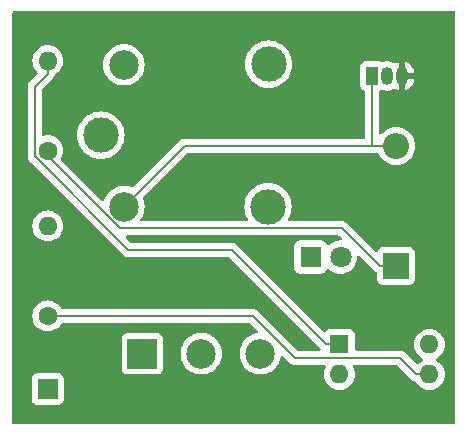
<source format=gbr>
%TF.GenerationSoftware,KiCad,Pcbnew,8.0.3*%
%TF.CreationDate,2024-08-06T14:14:26-07:00*%
%TF.ProjectId,ESP8266_HomAuto,45535038-3236-4365-9f48-6f6d4175746f,rev?*%
%TF.SameCoordinates,Original*%
%TF.FileFunction,Copper,L1,Top*%
%TF.FilePolarity,Positive*%
%FSLAX46Y46*%
G04 Gerber Fmt 4.6, Leading zero omitted, Abs format (unit mm)*
G04 Created by KiCad (PCBNEW 8.0.3) date 2024-08-06 14:14:26*
%MOMM*%
%LPD*%
G01*
G04 APERTURE LIST*
%TA.AperFunction,ComponentPad*%
%ADD10O,1.600000X1.600000*%
%TD*%
%TA.AperFunction,ComponentPad*%
%ADD11C,1.600000*%
%TD*%
%TA.AperFunction,ComponentPad*%
%ADD12R,1.600000X1.600000*%
%TD*%
%TA.AperFunction,ComponentPad*%
%ADD13O,1.050000X1.500000*%
%TD*%
%TA.AperFunction,ComponentPad*%
%ADD14R,1.050000X1.500000*%
%TD*%
%TA.AperFunction,ComponentPad*%
%ADD15C,3.000000*%
%TD*%
%TA.AperFunction,ComponentPad*%
%ADD16C,2.500000*%
%TD*%
%TA.AperFunction,ComponentPad*%
%ADD17R,2.500000X2.500000*%
%TD*%
%TA.AperFunction,ComponentPad*%
%ADD18R,1.700000X1.700000*%
%TD*%
%TA.AperFunction,ComponentPad*%
%ADD19R,2.200000X2.200000*%
%TD*%
%TA.AperFunction,ComponentPad*%
%ADD20O,2.200000X2.200000*%
%TD*%
%TA.AperFunction,ComponentPad*%
%ADD21R,1.800000X1.800000*%
%TD*%
%TA.AperFunction,ComponentPad*%
%ADD22C,1.800000*%
%TD*%
%TA.AperFunction,Conductor*%
%ADD23C,0.200000*%
%TD*%
G04 APERTURE END LIST*
D10*
%TO.P,R2,2*%
%TO.N,Net-(Q1-B)*%
X113500000Y-80690000D03*
D11*
%TO.P,R2,1*%
%TO.N,Net-(R2-Pad1)*%
X113500000Y-88310000D03*
%TD*%
%TO.P,R1,1*%
%TO.N,+5V*%
X113500000Y-74310000D03*
D10*
%TO.P,R1,2*%
%TO.N,Net-(R1-Pad2)*%
X113500000Y-66690000D03*
%TD*%
D12*
%TO.P,U1,1*%
%TO.N,Net-(R1-Pad2)*%
X138200000Y-90725000D03*
D10*
%TO.P,U1,2*%
%TO.N,Net-(D1-A)*%
X138200000Y-93265000D03*
%TO.P,U1,3*%
%TO.N,Net-(R2-Pad1)*%
X145820000Y-93265000D03*
%TO.P,U1,4*%
%TO.N,+5V*%
X145820000Y-90725000D03*
%TD*%
D13*
%TO.P,Q1,3,E*%
%TO.N,GND*%
X143500000Y-68000000D03*
%TO.P,Q1,2,B*%
%TO.N,Net-(Q1-B)*%
X142230000Y-68000000D03*
D14*
%TO.P,Q1,1,C*%
%TO.N,Net-(D2-A)*%
X140960000Y-68000000D03*
%TD*%
D15*
%TO.P,K1,1*%
%TO.N,Net-(J2-Pin_2)*%
X118000000Y-73000000D03*
D16*
%TO.P,K1,2*%
%TO.N,Net-(D2-A)*%
X119950000Y-79050000D03*
D15*
%TO.P,K1,3*%
%TO.N,Net-(J2-Pin_3)*%
X132150000Y-79050000D03*
%TO.P,K1,4*%
%TO.N,Net-(J2-Pin_1)*%
X132200000Y-67000000D03*
D16*
%TO.P,K1,5*%
%TO.N,+5V*%
X119950000Y-67050000D03*
%TD*%
D17*
%TO.P,J2,1,Pin_1*%
%TO.N,Net-(J2-Pin_1)*%
X121500000Y-91500000D03*
D16*
%TO.P,J2,2,Pin_2*%
%TO.N,Net-(J2-Pin_2)*%
X126500000Y-91500000D03*
%TO.P,J2,3,Pin_3*%
%TO.N,Net-(J2-Pin_3)*%
X131500000Y-91500000D03*
%TD*%
D18*
%TO.P,J1,1,Pin_1*%
%TO.N,Net-(D1-K)*%
X113500000Y-94500000D03*
%TD*%
D19*
%TO.P,D2,1,K*%
%TO.N,+5V*%
X143000000Y-84080000D03*
D20*
%TO.P,D2,2,A*%
%TO.N,Net-(D2-A)*%
X143000000Y-73920000D03*
%TD*%
D21*
%TO.P,D1,1,K*%
%TO.N,Net-(D1-K)*%
X135750000Y-83325000D03*
D22*
%TO.P,D1,2,A*%
%TO.N,Net-(D1-A)*%
X138290000Y-83325000D03*
%TD*%
D23*
%TO.N,Net-(R2-Pad1)*%
X143306700Y-91853400D02*
X144718300Y-93265000D01*
X134392800Y-91853400D02*
X143306700Y-91853400D01*
X130849400Y-88310000D02*
X134392800Y-91853400D01*
X113500000Y-88310000D02*
X130849400Y-88310000D01*
X145820000Y-93265000D02*
X144718300Y-93265000D01*
%TO.N,Net-(R1-Pad2)*%
X112387700Y-68904000D02*
X113500000Y-67791700D01*
X112387700Y-74791700D02*
X112387700Y-68904000D01*
X120334300Y-82738300D02*
X112387700Y-74791700D01*
X129111600Y-82738300D02*
X120334300Y-82738300D01*
X137098300Y-90725000D02*
X129111600Y-82738300D01*
X138200000Y-90725000D02*
X137098300Y-90725000D01*
X113500000Y-66690000D02*
X113500000Y-67791700D01*
%TO.N,Net-(D2-A)*%
X140960000Y-73920000D02*
X140960000Y-68000000D01*
X125080000Y-73920000D02*
X140960000Y-73920000D01*
X119950000Y-79050000D02*
X125080000Y-73920000D01*
X140960000Y-73920000D02*
X143000000Y-73920000D01*
%TO.N,+5V*%
X143000000Y-84080000D02*
X141598300Y-84080000D01*
X138408300Y-80890000D02*
X141598300Y-84080000D01*
X119580900Y-80890000D02*
X138408300Y-80890000D01*
X113500000Y-74809100D02*
X119580900Y-80890000D01*
X113500000Y-74310000D02*
X113500000Y-74809100D01*
%TD*%
%TA.AperFunction,Conductor*%
%TO.N,GND*%
G36*
X147942539Y-62520185D02*
G01*
X147988294Y-62572989D01*
X147999500Y-62624500D01*
X147999500Y-97375500D01*
X147979815Y-97442539D01*
X147927011Y-97488294D01*
X147875500Y-97499500D01*
X110624500Y-97499500D01*
X110557461Y-97479815D01*
X110511706Y-97427011D01*
X110500500Y-97375500D01*
X110500500Y-93602135D01*
X112149500Y-93602135D01*
X112149500Y-95397870D01*
X112149501Y-95397876D01*
X112155908Y-95457483D01*
X112206202Y-95592328D01*
X112206206Y-95592335D01*
X112292452Y-95707544D01*
X112292455Y-95707547D01*
X112407664Y-95793793D01*
X112407671Y-95793797D01*
X112542517Y-95844091D01*
X112542516Y-95844091D01*
X112549444Y-95844835D01*
X112602127Y-95850500D01*
X114397872Y-95850499D01*
X114457483Y-95844091D01*
X114592331Y-95793796D01*
X114707546Y-95707546D01*
X114793796Y-95592331D01*
X114844091Y-95457483D01*
X114850500Y-95397873D01*
X114850499Y-93602128D01*
X114844091Y-93542517D01*
X114825136Y-93491697D01*
X114793797Y-93407671D01*
X114793793Y-93407664D01*
X114707547Y-93292455D01*
X114707544Y-93292452D01*
X114592335Y-93206206D01*
X114592328Y-93206202D01*
X114457482Y-93155908D01*
X114457483Y-93155908D01*
X114397883Y-93149501D01*
X114397881Y-93149500D01*
X114397873Y-93149500D01*
X114397864Y-93149500D01*
X112602129Y-93149500D01*
X112602123Y-93149501D01*
X112542516Y-93155908D01*
X112407671Y-93206202D01*
X112407664Y-93206206D01*
X112292455Y-93292452D01*
X112292452Y-93292455D01*
X112206206Y-93407664D01*
X112206202Y-93407671D01*
X112155908Y-93542517D01*
X112149501Y-93602116D01*
X112149501Y-93602123D01*
X112149500Y-93602135D01*
X110500500Y-93602135D01*
X110500500Y-90202135D01*
X119749500Y-90202135D01*
X119749500Y-92797870D01*
X119749501Y-92797876D01*
X119755908Y-92857483D01*
X119806202Y-92992328D01*
X119806206Y-92992335D01*
X119892452Y-93107544D01*
X119892455Y-93107547D01*
X120007664Y-93193793D01*
X120007671Y-93193797D01*
X120142517Y-93244091D01*
X120142516Y-93244091D01*
X120149444Y-93244835D01*
X120202127Y-93250500D01*
X122797872Y-93250499D01*
X122857483Y-93244091D01*
X122992331Y-93193796D01*
X123107546Y-93107546D01*
X123193796Y-92992331D01*
X123244091Y-92857483D01*
X123250500Y-92797873D01*
X123250499Y-91499995D01*
X124744592Y-91499995D01*
X124744592Y-91500004D01*
X124764196Y-91761620D01*
X124764197Y-91761625D01*
X124822576Y-92017402D01*
X124822577Y-92017404D01*
X124822580Y-92017416D01*
X124918432Y-92261643D01*
X125049614Y-92488857D01*
X125148030Y-92612267D01*
X125213198Y-92693985D01*
X125389408Y-92857482D01*
X125405521Y-92872433D01*
X125622296Y-93020228D01*
X125622301Y-93020230D01*
X125622302Y-93020231D01*
X125622303Y-93020232D01*
X125747843Y-93080688D01*
X125858673Y-93134061D01*
X125858674Y-93134061D01*
X125858677Y-93134063D01*
X126109385Y-93211396D01*
X126368818Y-93250500D01*
X126631182Y-93250500D01*
X126890615Y-93211396D01*
X127141323Y-93134063D01*
X127340150Y-93038313D01*
X127377696Y-93020232D01*
X127377696Y-93020231D01*
X127377704Y-93020228D01*
X127594479Y-92872433D01*
X127786805Y-92693981D01*
X127950386Y-92488857D01*
X128081568Y-92261643D01*
X128177420Y-92017416D01*
X128235802Y-91761630D01*
X128237158Y-91743532D01*
X128255408Y-91500004D01*
X128255408Y-91499995D01*
X128235803Y-91238379D01*
X128235802Y-91238374D01*
X128235802Y-91238370D01*
X128177420Y-90982584D01*
X128081568Y-90738357D01*
X127950386Y-90511143D01*
X127786805Y-90306019D01*
X127786804Y-90306018D01*
X127786801Y-90306014D01*
X127594479Y-90127567D01*
X127513366Y-90072265D01*
X127377704Y-89979772D01*
X127377700Y-89979770D01*
X127377697Y-89979768D01*
X127377696Y-89979767D01*
X127141325Y-89865938D01*
X127141327Y-89865938D01*
X126890623Y-89788606D01*
X126890619Y-89788605D01*
X126890615Y-89788604D01*
X126765823Y-89769794D01*
X126631187Y-89749500D01*
X126631182Y-89749500D01*
X126368818Y-89749500D01*
X126368812Y-89749500D01*
X126207247Y-89773853D01*
X126109385Y-89788604D01*
X126109382Y-89788605D01*
X126109376Y-89788606D01*
X125858673Y-89865938D01*
X125622303Y-89979767D01*
X125622302Y-89979768D01*
X125405520Y-90127567D01*
X125213198Y-90306014D01*
X125049614Y-90511143D01*
X124918432Y-90738356D01*
X124822582Y-90982578D01*
X124822576Y-90982597D01*
X124764197Y-91238374D01*
X124764196Y-91238379D01*
X124744592Y-91499995D01*
X123250499Y-91499995D01*
X123250499Y-90202128D01*
X123244091Y-90142517D01*
X123217889Y-90072267D01*
X123193797Y-90007671D01*
X123193793Y-90007664D01*
X123107547Y-89892455D01*
X123107544Y-89892452D01*
X122992335Y-89806206D01*
X122992328Y-89806202D01*
X122857482Y-89755908D01*
X122857483Y-89755908D01*
X122797883Y-89749501D01*
X122797881Y-89749500D01*
X122797873Y-89749500D01*
X122797864Y-89749500D01*
X120202129Y-89749500D01*
X120202123Y-89749501D01*
X120142516Y-89755908D01*
X120007671Y-89806202D01*
X120007664Y-89806206D01*
X119892455Y-89892452D01*
X119892452Y-89892455D01*
X119806206Y-90007664D01*
X119806202Y-90007671D01*
X119755908Y-90142517D01*
X119749501Y-90202116D01*
X119749501Y-90202123D01*
X119749500Y-90202135D01*
X110500500Y-90202135D01*
X110500500Y-80689998D01*
X112194532Y-80689998D01*
X112194532Y-80690001D01*
X112214364Y-80916686D01*
X112214366Y-80916697D01*
X112273258Y-81136488D01*
X112273261Y-81136497D01*
X112369431Y-81342732D01*
X112369432Y-81342734D01*
X112499954Y-81529141D01*
X112660858Y-81690045D01*
X112660861Y-81690047D01*
X112847266Y-81820568D01*
X113053504Y-81916739D01*
X113053509Y-81916740D01*
X113053511Y-81916741D01*
X113082472Y-81924501D01*
X113273308Y-81975635D01*
X113435230Y-81989801D01*
X113499998Y-81995468D01*
X113500000Y-81995468D01*
X113500002Y-81995468D01*
X113556673Y-81990509D01*
X113726692Y-81975635D01*
X113946496Y-81916739D01*
X114152734Y-81820568D01*
X114339139Y-81690047D01*
X114500047Y-81529139D01*
X114630568Y-81342734D01*
X114726739Y-81136496D01*
X114785635Y-80916692D01*
X114805468Y-80690000D01*
X114785635Y-80463308D01*
X114726739Y-80243504D01*
X114630568Y-80037266D01*
X114522667Y-79883166D01*
X114500045Y-79850858D01*
X114339141Y-79689954D01*
X114152734Y-79559432D01*
X114152732Y-79559431D01*
X113946497Y-79463261D01*
X113946488Y-79463258D01*
X113726697Y-79404366D01*
X113726693Y-79404365D01*
X113726692Y-79404365D01*
X113726691Y-79404364D01*
X113726686Y-79404364D01*
X113500002Y-79384532D01*
X113499998Y-79384532D01*
X113273313Y-79404364D01*
X113273302Y-79404366D01*
X113053511Y-79463258D01*
X113053502Y-79463261D01*
X112847267Y-79559431D01*
X112847265Y-79559432D01*
X112660858Y-79689954D01*
X112499954Y-79850858D01*
X112369432Y-80037265D01*
X112369431Y-80037267D01*
X112273261Y-80243502D01*
X112273258Y-80243511D01*
X112214366Y-80463302D01*
X112214364Y-80463313D01*
X112194532Y-80689998D01*
X110500500Y-80689998D01*
X110500500Y-74870754D01*
X111787198Y-74870754D01*
X111828123Y-75023486D01*
X111838168Y-75040883D01*
X111838169Y-75040885D01*
X111907177Y-75160412D01*
X111907181Y-75160417D01*
X112026049Y-75279285D01*
X112026055Y-75279290D01*
X119849439Y-83102674D01*
X119849449Y-83102685D01*
X119853779Y-83107015D01*
X119853780Y-83107016D01*
X119965584Y-83218820D01*
X119965586Y-83218821D01*
X119965590Y-83218824D01*
X120102509Y-83297873D01*
X120102516Y-83297877D01*
X120203741Y-83325000D01*
X120255242Y-83338800D01*
X120255243Y-83338800D01*
X128811503Y-83338800D01*
X128878542Y-83358485D01*
X128899184Y-83375119D01*
X136565284Y-91041219D01*
X136598769Y-91102542D01*
X136593785Y-91172234D01*
X136551913Y-91228167D01*
X136486449Y-91252584D01*
X136477603Y-91252900D01*
X134692897Y-91252900D01*
X134625858Y-91233215D01*
X134605216Y-91216581D01*
X131336990Y-87948355D01*
X131336988Y-87948352D01*
X131218117Y-87829481D01*
X131218116Y-87829480D01*
X131131304Y-87779360D01*
X131131304Y-87779359D01*
X131131300Y-87779358D01*
X131081185Y-87750423D01*
X130928457Y-87709499D01*
X130770343Y-87709499D01*
X130762747Y-87709499D01*
X130762731Y-87709500D01*
X114731692Y-87709500D01*
X114664653Y-87689815D01*
X114630119Y-87656625D01*
X114500047Y-87470861D01*
X114500045Y-87470858D01*
X114339141Y-87309954D01*
X114152734Y-87179432D01*
X114152732Y-87179431D01*
X113946497Y-87083261D01*
X113946488Y-87083258D01*
X113726697Y-87024366D01*
X113726693Y-87024365D01*
X113726692Y-87024365D01*
X113726691Y-87024364D01*
X113726686Y-87024364D01*
X113500002Y-87004532D01*
X113499998Y-87004532D01*
X113273313Y-87024364D01*
X113273302Y-87024366D01*
X113053511Y-87083258D01*
X113053502Y-87083261D01*
X112847267Y-87179431D01*
X112847265Y-87179432D01*
X112660858Y-87309954D01*
X112499954Y-87470858D01*
X112369432Y-87657265D01*
X112369431Y-87657267D01*
X112273261Y-87863502D01*
X112273258Y-87863511D01*
X112214366Y-88083302D01*
X112214364Y-88083313D01*
X112194532Y-88309998D01*
X112194532Y-88310001D01*
X112214364Y-88536686D01*
X112214366Y-88536697D01*
X112273258Y-88756488D01*
X112273261Y-88756497D01*
X112369431Y-88962732D01*
X112369432Y-88962734D01*
X112499954Y-89149141D01*
X112660858Y-89310045D01*
X112660861Y-89310047D01*
X112847266Y-89440568D01*
X113053504Y-89536739D01*
X113273308Y-89595635D01*
X113435230Y-89609801D01*
X113499998Y-89615468D01*
X113500000Y-89615468D01*
X113500002Y-89615468D01*
X113556673Y-89610509D01*
X113726692Y-89595635D01*
X113946496Y-89536739D01*
X114152734Y-89440568D01*
X114339139Y-89310047D01*
X114500047Y-89149139D01*
X114630118Y-88963375D01*
X114684693Y-88919752D01*
X114731692Y-88910500D01*
X130549303Y-88910500D01*
X130616342Y-88930185D01*
X130636984Y-88946819D01*
X131256699Y-89566534D01*
X131290184Y-89627857D01*
X131285200Y-89697549D01*
X131243328Y-89753482D01*
X131187500Y-89776829D01*
X131165905Y-89780084D01*
X131109382Y-89788604D01*
X131109376Y-89788606D01*
X130858673Y-89865938D01*
X130622303Y-89979767D01*
X130622302Y-89979768D01*
X130405520Y-90127567D01*
X130213198Y-90306014D01*
X130049614Y-90511143D01*
X129918432Y-90738356D01*
X129822582Y-90982578D01*
X129822576Y-90982597D01*
X129764197Y-91238374D01*
X129764196Y-91238379D01*
X129744592Y-91499995D01*
X129744592Y-91500004D01*
X129764196Y-91761620D01*
X129764197Y-91761625D01*
X129822576Y-92017402D01*
X129822577Y-92017404D01*
X129822580Y-92017416D01*
X129918432Y-92261643D01*
X130049614Y-92488857D01*
X130148030Y-92612267D01*
X130213198Y-92693985D01*
X130389408Y-92857482D01*
X130405521Y-92872433D01*
X130622296Y-93020228D01*
X130622301Y-93020230D01*
X130622302Y-93020231D01*
X130622303Y-93020232D01*
X130747843Y-93080688D01*
X130858673Y-93134061D01*
X130858674Y-93134061D01*
X130858677Y-93134063D01*
X131109385Y-93211396D01*
X131368818Y-93250500D01*
X131631182Y-93250500D01*
X131890615Y-93211396D01*
X132141323Y-93134063D01*
X132340150Y-93038313D01*
X132377696Y-93020232D01*
X132377696Y-93020231D01*
X132377704Y-93020228D01*
X132594479Y-92872433D01*
X132786805Y-92693981D01*
X132950386Y-92488857D01*
X133081568Y-92261643D01*
X133177420Y-92017416D01*
X133226015Y-91804510D01*
X133260124Y-91743532D01*
X133321785Y-91710674D01*
X133391422Y-91716369D01*
X133434587Y-91744422D01*
X133907939Y-92217774D01*
X133907949Y-92217785D01*
X133912279Y-92222115D01*
X133912280Y-92222116D01*
X134024084Y-92333920D01*
X134024086Y-92333921D01*
X134024090Y-92333924D01*
X134110753Y-92383958D01*
X134161016Y-92412977D01*
X134272819Y-92442934D01*
X134313742Y-92453900D01*
X134313743Y-92453900D01*
X136948638Y-92453900D01*
X137015677Y-92473585D01*
X137061432Y-92526389D01*
X137071376Y-92595547D01*
X137061020Y-92630305D01*
X136973262Y-92818502D01*
X136973258Y-92818511D01*
X136914366Y-93038302D01*
X136914364Y-93038313D01*
X136894532Y-93264998D01*
X136894532Y-93265001D01*
X136914364Y-93491686D01*
X136914366Y-93491697D01*
X136973258Y-93711488D01*
X136973261Y-93711497D01*
X137069431Y-93917732D01*
X137069432Y-93917734D01*
X137199954Y-94104141D01*
X137360858Y-94265045D01*
X137360861Y-94265047D01*
X137547266Y-94395568D01*
X137753504Y-94491739D01*
X137973308Y-94550635D01*
X138135230Y-94564801D01*
X138199998Y-94570468D01*
X138200000Y-94570468D01*
X138200002Y-94570468D01*
X138256673Y-94565509D01*
X138426692Y-94550635D01*
X138646496Y-94491739D01*
X138852734Y-94395568D01*
X139039139Y-94265047D01*
X139200047Y-94104139D01*
X139330568Y-93917734D01*
X139426739Y-93711496D01*
X139485635Y-93491692D01*
X139505468Y-93265000D01*
X139504199Y-93250500D01*
X139494012Y-93134061D01*
X139485635Y-93038308D01*
X139426739Y-92818504D01*
X139338980Y-92630305D01*
X139328488Y-92561227D01*
X139357008Y-92497443D01*
X139415484Y-92459204D01*
X139451362Y-92453900D01*
X143006603Y-92453900D01*
X143073642Y-92473585D01*
X143094284Y-92490219D01*
X144233439Y-93629374D01*
X144233449Y-93629385D01*
X144237779Y-93633715D01*
X144237780Y-93633716D01*
X144349584Y-93745520D01*
X144436395Y-93795639D01*
X144436397Y-93795641D01*
X144486513Y-93824576D01*
X144486515Y-93824577D01*
X144613330Y-93858557D01*
X144672989Y-93894921D01*
X144688619Y-93916326D01*
X144689430Y-93917730D01*
X144689432Y-93917734D01*
X144776446Y-94042004D01*
X144819954Y-94104141D01*
X144980858Y-94265045D01*
X144980861Y-94265047D01*
X145167266Y-94395568D01*
X145373504Y-94491739D01*
X145593308Y-94550635D01*
X145755230Y-94564801D01*
X145819998Y-94570468D01*
X145820000Y-94570468D01*
X145820002Y-94570468D01*
X145876673Y-94565509D01*
X146046692Y-94550635D01*
X146266496Y-94491739D01*
X146472734Y-94395568D01*
X146659139Y-94265047D01*
X146820047Y-94104139D01*
X146950568Y-93917734D01*
X147046739Y-93711496D01*
X147105635Y-93491692D01*
X147125468Y-93265000D01*
X147124199Y-93250500D01*
X147114012Y-93134061D01*
X147105635Y-93038308D01*
X147046739Y-92818504D01*
X146950568Y-92612266D01*
X146820047Y-92425861D01*
X146820045Y-92425858D01*
X146659141Y-92264954D01*
X146472734Y-92134432D01*
X146472728Y-92134429D01*
X146414725Y-92107382D01*
X146362285Y-92061210D01*
X146343133Y-91994017D01*
X146363348Y-91927135D01*
X146414725Y-91882618D01*
X146472734Y-91855568D01*
X146659139Y-91725047D01*
X146820047Y-91564139D01*
X146950568Y-91377734D01*
X147046739Y-91171496D01*
X147105635Y-90951692D01*
X147125468Y-90725000D01*
X147105635Y-90498308D01*
X147046739Y-90278504D01*
X146950568Y-90072266D01*
X146824664Y-89892455D01*
X146820045Y-89885858D01*
X146659141Y-89724954D01*
X146472734Y-89594432D01*
X146472732Y-89594431D01*
X146266497Y-89498261D01*
X146266488Y-89498258D01*
X146046697Y-89439366D01*
X146046693Y-89439365D01*
X146046692Y-89439365D01*
X146046691Y-89439364D01*
X146046686Y-89439364D01*
X145820002Y-89419532D01*
X145819998Y-89419532D01*
X145593313Y-89439364D01*
X145593302Y-89439366D01*
X145373511Y-89498258D01*
X145373502Y-89498261D01*
X145167267Y-89594431D01*
X145167265Y-89594432D01*
X144980858Y-89724954D01*
X144819954Y-89885858D01*
X144689432Y-90072265D01*
X144689431Y-90072267D01*
X144593261Y-90278502D01*
X144593258Y-90278511D01*
X144534366Y-90498302D01*
X144534364Y-90498313D01*
X144514532Y-90724998D01*
X144514532Y-90725001D01*
X144534364Y-90951686D01*
X144534366Y-90951697D01*
X144593258Y-91171488D01*
X144593261Y-91171497D01*
X144689431Y-91377732D01*
X144689432Y-91377734D01*
X144819954Y-91564141D01*
X144980858Y-91725045D01*
X145008532Y-91744422D01*
X145167266Y-91855568D01*
X145225275Y-91882618D01*
X145277714Y-91928791D01*
X145296866Y-91995984D01*
X145276650Y-92062865D01*
X145225275Y-92107382D01*
X145167267Y-92134431D01*
X145167265Y-92134432D01*
X144980858Y-92264954D01*
X144861855Y-92383958D01*
X144800532Y-92417443D01*
X144730840Y-92412459D01*
X144686493Y-92383958D01*
X143794290Y-91491755D01*
X143794288Y-91491752D01*
X143675417Y-91372881D01*
X143675412Y-91372877D01*
X143547512Y-91299035D01*
X143547510Y-91299034D01*
X143538485Y-91293823D01*
X143385757Y-91252899D01*
X143227643Y-91252899D01*
X143220047Y-91252899D01*
X143220031Y-91252900D01*
X139624500Y-91252900D01*
X139557461Y-91233215D01*
X139511706Y-91180411D01*
X139500500Y-91128900D01*
X139500499Y-89877129D01*
X139500498Y-89877123D01*
X139494091Y-89817516D01*
X139443797Y-89682671D01*
X139443793Y-89682664D01*
X139357547Y-89567455D01*
X139357544Y-89567452D01*
X139242335Y-89481206D01*
X139242328Y-89481202D01*
X139107482Y-89430908D01*
X139107483Y-89430908D01*
X139047883Y-89424501D01*
X139047881Y-89424500D01*
X139047873Y-89424500D01*
X139047864Y-89424500D01*
X137352129Y-89424500D01*
X137352123Y-89424501D01*
X137292516Y-89430908D01*
X137157671Y-89481202D01*
X137157664Y-89481206D01*
X137042455Y-89567452D01*
X137042454Y-89567453D01*
X137020127Y-89597278D01*
X136964193Y-89639148D01*
X136894501Y-89644131D01*
X136833181Y-89610646D01*
X129599190Y-82376655D01*
X129599188Y-82376652D01*
X129480317Y-82257781D01*
X129480316Y-82257780D01*
X129393504Y-82207660D01*
X129393504Y-82207659D01*
X129393500Y-82207658D01*
X129343385Y-82178723D01*
X129190657Y-82137799D01*
X129032543Y-82137799D01*
X129024947Y-82137799D01*
X129024931Y-82137800D01*
X120634397Y-82137800D01*
X120567358Y-82118115D01*
X120546716Y-82101481D01*
X120147416Y-81702181D01*
X120113931Y-81640858D01*
X120118915Y-81571166D01*
X120160787Y-81515233D01*
X120226251Y-81490816D01*
X120235097Y-81490500D01*
X138108203Y-81490500D01*
X138175242Y-81510185D01*
X138195884Y-81526819D01*
X138381884Y-81712819D01*
X138415369Y-81774142D01*
X138410385Y-81843834D01*
X138368513Y-81899767D01*
X138303049Y-81924184D01*
X138294203Y-81924500D01*
X138173951Y-81924500D01*
X138135550Y-81930908D01*
X137945015Y-81962702D01*
X137725504Y-82038061D01*
X137725495Y-82038064D01*
X137521371Y-82148531D01*
X137521365Y-82148535D01*
X137338222Y-82291081D01*
X137338218Y-82291085D01*
X137329866Y-82300158D01*
X137269979Y-82336148D01*
X137200141Y-82334047D01*
X137142525Y-82294522D01*
X137122455Y-82259507D01*
X137093797Y-82182671D01*
X137093793Y-82182664D01*
X137007547Y-82067455D01*
X137007544Y-82067452D01*
X136892335Y-81981206D01*
X136892328Y-81981202D01*
X136757482Y-81930908D01*
X136757483Y-81930908D01*
X136697883Y-81924501D01*
X136697881Y-81924500D01*
X136697873Y-81924500D01*
X136697864Y-81924500D01*
X134802129Y-81924500D01*
X134802123Y-81924501D01*
X134742516Y-81930908D01*
X134607671Y-81981202D01*
X134607664Y-81981206D01*
X134492455Y-82067452D01*
X134492452Y-82067455D01*
X134406206Y-82182664D01*
X134406202Y-82182671D01*
X134355908Y-82317517D01*
X134349501Y-82377116D01*
X134349500Y-82377135D01*
X134349500Y-84272870D01*
X134349501Y-84272876D01*
X134355908Y-84332483D01*
X134406202Y-84467328D01*
X134406206Y-84467335D01*
X134492452Y-84582544D01*
X134492454Y-84582546D01*
X134607664Y-84668793D01*
X134607671Y-84668797D01*
X134742517Y-84719091D01*
X134742516Y-84719091D01*
X134749444Y-84719835D01*
X134802127Y-84725500D01*
X136697872Y-84725499D01*
X136757483Y-84719091D01*
X136892331Y-84668796D01*
X137007546Y-84582546D01*
X137093796Y-84467331D01*
X137102354Y-84444385D01*
X137122455Y-84390493D01*
X137164326Y-84334559D01*
X137229790Y-84310141D01*
X137298063Y-84324992D01*
X137329866Y-84349843D01*
X137337302Y-84357920D01*
X137338215Y-84358912D01*
X137338222Y-84358918D01*
X137521365Y-84501464D01*
X137521371Y-84501468D01*
X137521374Y-84501470D01*
X137725497Y-84611936D01*
X137831757Y-84648415D01*
X137945015Y-84687297D01*
X137945017Y-84687297D01*
X137945019Y-84687298D01*
X138173951Y-84725500D01*
X138173952Y-84725500D01*
X138406048Y-84725500D01*
X138406049Y-84725500D01*
X138634981Y-84687298D01*
X138854503Y-84611936D01*
X139058626Y-84501470D01*
X139241784Y-84358913D01*
X139398979Y-84188153D01*
X139525924Y-83993849D01*
X139619157Y-83781300D01*
X139676134Y-83556305D01*
X139676135Y-83556297D01*
X139695724Y-83319889D01*
X139696946Y-83319990D01*
X139714985Y-83258558D01*
X139767789Y-83212803D01*
X139836947Y-83202859D01*
X139900503Y-83231884D01*
X139906981Y-83237916D01*
X141113439Y-84444374D01*
X141113449Y-84444385D01*
X141117779Y-84448715D01*
X141117780Y-84448716D01*
X141229584Y-84560520D01*
X141267735Y-84582546D01*
X141337502Y-84622826D01*
X141385716Y-84673393D01*
X141399500Y-84730212D01*
X141399500Y-85227870D01*
X141399501Y-85227876D01*
X141405908Y-85287483D01*
X141456202Y-85422328D01*
X141456206Y-85422335D01*
X141542452Y-85537544D01*
X141542455Y-85537547D01*
X141657664Y-85623793D01*
X141657671Y-85623797D01*
X141792517Y-85674091D01*
X141792516Y-85674091D01*
X141799444Y-85674835D01*
X141852127Y-85680500D01*
X144147872Y-85680499D01*
X144207483Y-85674091D01*
X144342331Y-85623796D01*
X144457546Y-85537546D01*
X144543796Y-85422331D01*
X144594091Y-85287483D01*
X144600500Y-85227873D01*
X144600499Y-82932128D01*
X144594091Y-82872517D01*
X144571719Y-82812535D01*
X144543797Y-82737671D01*
X144543793Y-82737664D01*
X144457547Y-82622455D01*
X144457544Y-82622452D01*
X144342335Y-82536206D01*
X144342328Y-82536202D01*
X144207482Y-82485908D01*
X144207483Y-82485908D01*
X144147883Y-82479501D01*
X144147881Y-82479500D01*
X144147873Y-82479500D01*
X144147864Y-82479500D01*
X141852129Y-82479500D01*
X141852123Y-82479501D01*
X141792516Y-82485908D01*
X141657671Y-82536202D01*
X141657664Y-82536206D01*
X141542455Y-82622452D01*
X141542452Y-82622455D01*
X141456206Y-82737664D01*
X141456203Y-82737670D01*
X141428280Y-82812535D01*
X141386408Y-82868468D01*
X141320944Y-82892885D01*
X141252671Y-82878033D01*
X141224417Y-82856882D01*
X138895890Y-80528355D01*
X138895888Y-80528352D01*
X138777017Y-80409481D01*
X138777016Y-80409480D01*
X138690204Y-80359360D01*
X138690204Y-80359359D01*
X138690200Y-80359358D01*
X138640085Y-80330423D01*
X138487357Y-80289499D01*
X138329243Y-80289499D01*
X138321647Y-80289499D01*
X138321631Y-80289500D01*
X133961480Y-80289500D01*
X133894441Y-80269815D01*
X133848686Y-80217011D01*
X133838742Y-80147853D01*
X133852648Y-80106073D01*
X133974364Y-79883166D01*
X133974367Y-79883161D01*
X134074369Y-79615046D01*
X134107388Y-79463258D01*
X134135195Y-79335433D01*
X134135195Y-79335432D01*
X134135196Y-79335428D01*
X134155610Y-79050000D01*
X134135196Y-78764572D01*
X134089613Y-78555031D01*
X134074371Y-78484962D01*
X134074370Y-78484960D01*
X134074369Y-78484954D01*
X133974367Y-78216839D01*
X133837226Y-77965685D01*
X133837224Y-77965682D01*
X133665745Y-77736612D01*
X133665729Y-77736594D01*
X133463405Y-77534270D01*
X133463387Y-77534254D01*
X133234317Y-77362775D01*
X133234309Y-77362770D01*
X132983166Y-77225635D01*
X132983167Y-77225635D01*
X132875915Y-77185632D01*
X132715046Y-77125631D01*
X132715043Y-77125630D01*
X132715037Y-77125628D01*
X132435433Y-77064804D01*
X132150001Y-77044390D01*
X132149999Y-77044390D01*
X131864566Y-77064804D01*
X131584962Y-77125628D01*
X131316833Y-77225635D01*
X131065690Y-77362770D01*
X131065682Y-77362775D01*
X130836612Y-77534254D01*
X130836594Y-77534270D01*
X130634270Y-77736594D01*
X130634254Y-77736612D01*
X130462775Y-77965682D01*
X130462770Y-77965690D01*
X130325635Y-78216833D01*
X130225628Y-78484962D01*
X130164804Y-78764566D01*
X130144390Y-79049998D01*
X130144390Y-79050001D01*
X130164804Y-79335433D01*
X130225628Y-79615037D01*
X130225630Y-79615043D01*
X130225631Y-79615046D01*
X130298958Y-79811643D01*
X130325635Y-79883166D01*
X130447352Y-80106073D01*
X130462204Y-80174346D01*
X130437787Y-80239810D01*
X130381854Y-80281682D01*
X130338520Y-80289500D01*
X121457993Y-80289500D01*
X121390954Y-80269815D01*
X121345199Y-80217011D01*
X121335255Y-80147853D01*
X121361045Y-80088188D01*
X121400386Y-80038857D01*
X121531568Y-79811643D01*
X121627420Y-79567416D01*
X121685802Y-79311630D01*
X121705408Y-79050000D01*
X121685802Y-78788370D01*
X121627420Y-78532584D01*
X121569489Y-78384980D01*
X121563321Y-78315384D01*
X121595759Y-78253501D01*
X121597237Y-78251998D01*
X125292417Y-74556819D01*
X125353740Y-74523334D01*
X125380098Y-74520500D01*
X140880943Y-74520500D01*
X141433512Y-74520500D01*
X141500551Y-74540185D01*
X141546306Y-74592989D01*
X141548073Y-74597048D01*
X141569532Y-74648856D01*
X141569533Y-74648858D01*
X141701160Y-74863653D01*
X141701161Y-74863656D01*
X141707226Y-74870757D01*
X141864776Y-75055224D01*
X141930049Y-75110972D01*
X142056343Y-75218838D01*
X142056346Y-75218839D01*
X142271140Y-75350466D01*
X142503889Y-75446873D01*
X142748852Y-75505683D01*
X143000000Y-75525449D01*
X143251148Y-75505683D01*
X143496111Y-75446873D01*
X143728859Y-75350466D01*
X143943659Y-75218836D01*
X144135224Y-75055224D01*
X144298836Y-74863659D01*
X144430466Y-74648859D01*
X144526873Y-74416111D01*
X144585683Y-74171148D01*
X144605449Y-73920000D01*
X144585683Y-73668852D01*
X144526873Y-73423889D01*
X144483634Y-73319500D01*
X144430466Y-73191140D01*
X144298839Y-72976346D01*
X144298838Y-72976343D01*
X144261875Y-72933066D01*
X144135224Y-72784776D01*
X144008571Y-72676604D01*
X143943656Y-72621161D01*
X143943653Y-72621160D01*
X143728859Y-72489533D01*
X143496110Y-72393126D01*
X143251151Y-72334317D01*
X143000000Y-72314551D01*
X142748848Y-72334317D01*
X142503889Y-72393126D01*
X142271140Y-72489533D01*
X142056346Y-72621160D01*
X142056343Y-72621161D01*
X141946981Y-72714566D01*
X141864776Y-72784776D01*
X141831751Y-72823444D01*
X141778790Y-72885453D01*
X141720283Y-72923646D01*
X141650415Y-72924144D01*
X141591369Y-72886791D01*
X141561891Y-72823444D01*
X141560500Y-72804921D01*
X141560500Y-69342115D01*
X141580185Y-69275076D01*
X141632989Y-69229321D01*
X141641167Y-69225933D01*
X141656128Y-69220353D01*
X141727331Y-69193796D01*
X141728430Y-69192972D01*
X141729717Y-69192492D01*
X141735112Y-69189547D01*
X141735535Y-69190322D01*
X141793887Y-69168552D01*
X141850198Y-69177673D01*
X141930873Y-69211091D01*
X142096777Y-69244091D01*
X142128992Y-69250499D01*
X142128996Y-69250500D01*
X142128997Y-69250500D01*
X142331004Y-69250500D01*
X142331005Y-69250499D01*
X142529127Y-69211091D01*
X142715756Y-69133786D01*
X142796562Y-69079792D01*
X142863234Y-69058917D01*
X142930614Y-69077401D01*
X142934340Y-69079795D01*
X143014479Y-69133343D01*
X143014486Y-69133347D01*
X143201016Y-69210609D01*
X143201025Y-69210612D01*
X143250000Y-69220353D01*
X143250000Y-68365865D01*
X143252383Y-68341671D01*
X143255500Y-68326002D01*
X143255500Y-68285830D01*
X143269745Y-68300075D01*
X143355255Y-68349444D01*
X143450630Y-68375000D01*
X143549370Y-68375000D01*
X143644745Y-68349444D01*
X143730255Y-68300075D01*
X143750000Y-68280330D01*
X143750000Y-69220352D01*
X143798974Y-69210612D01*
X143798983Y-69210609D01*
X143985513Y-69133347D01*
X143985526Y-69133340D01*
X144153399Y-69021170D01*
X144153403Y-69021167D01*
X144296167Y-68878403D01*
X144296170Y-68878399D01*
X144408340Y-68710526D01*
X144408347Y-68710513D01*
X144485609Y-68523983D01*
X144485612Y-68523974D01*
X144524999Y-68325958D01*
X144525000Y-68325955D01*
X144525000Y-68250000D01*
X143780330Y-68250000D01*
X143800075Y-68230255D01*
X143849444Y-68144745D01*
X143875000Y-68049370D01*
X143875000Y-67950630D01*
X143849444Y-67855255D01*
X143800075Y-67769745D01*
X143780330Y-67750000D01*
X144525000Y-67750000D01*
X144525000Y-67674045D01*
X144524999Y-67674041D01*
X144485612Y-67476025D01*
X144485609Y-67476016D01*
X144408347Y-67289486D01*
X144408340Y-67289473D01*
X144296170Y-67121600D01*
X144296167Y-67121596D01*
X144153403Y-66978832D01*
X144153399Y-66978829D01*
X143985526Y-66866659D01*
X143985513Y-66866652D01*
X143798984Y-66789390D01*
X143798977Y-66789388D01*
X143750000Y-66779645D01*
X143750000Y-67719670D01*
X143730255Y-67699925D01*
X143644745Y-67650556D01*
X143549370Y-67625000D01*
X143450630Y-67625000D01*
X143355255Y-67650556D01*
X143269745Y-67699925D01*
X143255500Y-67714170D01*
X143255500Y-67673996D01*
X143255499Y-67673995D01*
X143252383Y-67658326D01*
X143250000Y-67634134D01*
X143250000Y-66779646D01*
X143249999Y-66779645D01*
X143201022Y-66789388D01*
X143201015Y-66789390D01*
X143014481Y-66866654D01*
X143014479Y-66866655D01*
X142934337Y-66920204D01*
X142867660Y-66941081D01*
X142800280Y-66922596D01*
X142796558Y-66920204D01*
X142791309Y-66916697D01*
X142755029Y-66892455D01*
X142715754Y-66866212D01*
X142529127Y-66788909D01*
X142529119Y-66788907D01*
X142331007Y-66749500D01*
X142331003Y-66749500D01*
X142128997Y-66749500D01*
X142128992Y-66749500D01*
X141930880Y-66788907D01*
X141930868Y-66788910D01*
X141850198Y-66822325D01*
X141780729Y-66829794D01*
X141735342Y-66810036D01*
X141735114Y-66810454D01*
X141730447Y-66807905D01*
X141728432Y-66807028D01*
X141727331Y-66806204D01*
X141727330Y-66806203D01*
X141727328Y-66806202D01*
X141592482Y-66755908D01*
X141592483Y-66755908D01*
X141532883Y-66749501D01*
X141532881Y-66749500D01*
X141532873Y-66749500D01*
X141532864Y-66749500D01*
X140387129Y-66749500D01*
X140387123Y-66749501D01*
X140327516Y-66755908D01*
X140192671Y-66806202D01*
X140192664Y-66806206D01*
X140077455Y-66892452D01*
X140077452Y-66892455D01*
X139991206Y-67007664D01*
X139991202Y-67007671D01*
X139940908Y-67142517D01*
X139934501Y-67202116D01*
X139934500Y-67202135D01*
X139934500Y-68797870D01*
X139934501Y-68797876D01*
X139940908Y-68857483D01*
X139991202Y-68992328D01*
X139991206Y-68992335D01*
X140077452Y-69107544D01*
X140077455Y-69107547D01*
X140192664Y-69193793D01*
X140192671Y-69193797D01*
X140278833Y-69225933D01*
X140334766Y-69267804D01*
X140359184Y-69333268D01*
X140359500Y-69342115D01*
X140359500Y-73195500D01*
X140339815Y-73262539D01*
X140287011Y-73308294D01*
X140235500Y-73319500D01*
X125166670Y-73319500D01*
X125166654Y-73319499D01*
X125159058Y-73319499D01*
X125000943Y-73319499D01*
X124924579Y-73339961D01*
X124848214Y-73360423D01*
X124848209Y-73360426D01*
X124711290Y-73439475D01*
X124711282Y-73439481D01*
X120750395Y-77400368D01*
X120689072Y-77433853D01*
X120619380Y-77428869D01*
X120608916Y-77424409D01*
X120591324Y-77415937D01*
X120340623Y-77338606D01*
X120340619Y-77338605D01*
X120340615Y-77338604D01*
X120215823Y-77319794D01*
X120081187Y-77299500D01*
X120081182Y-77299500D01*
X119818818Y-77299500D01*
X119818812Y-77299500D01*
X119657247Y-77323853D01*
X119559385Y-77338604D01*
X119559382Y-77338605D01*
X119559376Y-77338606D01*
X119308673Y-77415938D01*
X119072303Y-77529767D01*
X119072302Y-77529768D01*
X118855520Y-77677567D01*
X118663198Y-77856014D01*
X118499614Y-78061143D01*
X118368432Y-78288356D01*
X118285440Y-78499817D01*
X118242624Y-78555031D01*
X118176754Y-78578332D01*
X118108744Y-78562321D01*
X118082331Y-78542196D01*
X114651107Y-75110972D01*
X114617622Y-75049649D01*
X114622606Y-74979957D01*
X114628386Y-74967690D01*
X114628280Y-74967641D01*
X114648458Y-74924369D01*
X114726739Y-74756496D01*
X114785635Y-74536692D01*
X114805468Y-74310000D01*
X114785635Y-74083308D01*
X114726739Y-73863504D01*
X114630568Y-73657266D01*
X114500047Y-73470861D01*
X114500045Y-73470858D01*
X114339141Y-73309954D01*
X114152734Y-73179432D01*
X114152732Y-73179431D01*
X113946497Y-73083261D01*
X113946488Y-73083258D01*
X113726697Y-73024366D01*
X113726693Y-73024365D01*
X113726692Y-73024365D01*
X113726691Y-73024364D01*
X113726686Y-73024364D01*
X113500002Y-73004532D01*
X113499998Y-73004532D01*
X113273313Y-73024364D01*
X113273302Y-73024366D01*
X113144293Y-73058934D01*
X113074443Y-73057271D01*
X113016581Y-73018108D01*
X113008826Y-72999998D01*
X115994390Y-72999998D01*
X115994390Y-73000001D01*
X116014804Y-73285433D01*
X116075628Y-73565037D01*
X116075630Y-73565043D01*
X116075631Y-73565046D01*
X116114349Y-73668852D01*
X116175635Y-73833166D01*
X116312770Y-74084309D01*
X116312775Y-74084317D01*
X116484254Y-74313387D01*
X116484270Y-74313405D01*
X116686594Y-74515729D01*
X116686612Y-74515745D01*
X116915682Y-74687224D01*
X116915690Y-74687229D01*
X117166833Y-74824364D01*
X117166832Y-74824364D01*
X117166836Y-74824365D01*
X117166839Y-74824367D01*
X117434954Y-74924369D01*
X117434960Y-74924370D01*
X117434962Y-74924371D01*
X117714566Y-74985195D01*
X117714568Y-74985195D01*
X117714572Y-74985196D01*
X117968220Y-75003337D01*
X117999999Y-75005610D01*
X118000000Y-75005610D01*
X118000001Y-75005610D01*
X118028595Y-75003564D01*
X118285428Y-74985196D01*
X118309512Y-74979957D01*
X118565037Y-74924371D01*
X118565037Y-74924370D01*
X118565046Y-74924369D01*
X118833161Y-74824367D01*
X119084315Y-74687226D01*
X119313395Y-74515739D01*
X119515739Y-74313395D01*
X119687226Y-74084315D01*
X119824367Y-73833161D01*
X119924369Y-73565046D01*
X119985196Y-73285428D01*
X120005610Y-73000000D01*
X119985196Y-72714572D01*
X119964876Y-72621164D01*
X119924371Y-72434962D01*
X119924370Y-72434960D01*
X119924369Y-72434954D01*
X119824367Y-72166839D01*
X119687226Y-71915685D01*
X119687224Y-71915682D01*
X119515745Y-71686612D01*
X119515729Y-71686594D01*
X119313405Y-71484270D01*
X119313387Y-71484254D01*
X119084317Y-71312775D01*
X119084309Y-71312770D01*
X118833166Y-71175635D01*
X118833167Y-71175635D01*
X118725915Y-71135632D01*
X118565046Y-71075631D01*
X118565043Y-71075630D01*
X118565037Y-71075628D01*
X118285433Y-71014804D01*
X118000001Y-70994390D01*
X117999999Y-70994390D01*
X117714566Y-71014804D01*
X117434962Y-71075628D01*
X117166833Y-71175635D01*
X116915690Y-71312770D01*
X116915682Y-71312775D01*
X116686612Y-71484254D01*
X116686594Y-71484270D01*
X116484270Y-71686594D01*
X116484254Y-71686612D01*
X116312775Y-71915682D01*
X116312770Y-71915690D01*
X116175635Y-72166833D01*
X116075628Y-72434962D01*
X116014804Y-72714566D01*
X115994390Y-72999998D01*
X113008826Y-72999998D01*
X112989077Y-72953880D01*
X112988200Y-72939159D01*
X112988200Y-69204097D01*
X113007885Y-69137058D01*
X113024519Y-69116416D01*
X113468726Y-68672209D01*
X113980520Y-68160416D01*
X114059577Y-68023484D01*
X114093558Y-67896667D01*
X114129921Y-67837010D01*
X114151353Y-67821364D01*
X114152715Y-67820576D01*
X114152734Y-67820568D01*
X114339139Y-67690047D01*
X114500047Y-67529139D01*
X114630568Y-67342734D01*
X114726739Y-67136496D01*
X114749917Y-67049995D01*
X118194592Y-67049995D01*
X118194592Y-67050004D01*
X118214196Y-67311620D01*
X118214197Y-67311625D01*
X118272576Y-67567402D01*
X118272578Y-67567411D01*
X118272580Y-67567416D01*
X118368432Y-67811643D01*
X118499614Y-68038857D01*
X118584057Y-68144745D01*
X118663198Y-68243985D01*
X118776857Y-68349444D01*
X118855521Y-68422433D01*
X119072296Y-68570228D01*
X119072301Y-68570230D01*
X119072302Y-68570231D01*
X119072303Y-68570232D01*
X119179997Y-68622094D01*
X119308673Y-68684061D01*
X119308674Y-68684061D01*
X119308677Y-68684063D01*
X119559385Y-68761396D01*
X119818818Y-68800500D01*
X120081182Y-68800500D01*
X120340615Y-68761396D01*
X120591323Y-68684063D01*
X120827704Y-68570228D01*
X121044479Y-68422433D01*
X121236805Y-68243981D01*
X121400386Y-68038857D01*
X121531568Y-67811643D01*
X121627420Y-67567416D01*
X121685802Y-67311630D01*
X121685803Y-67311620D01*
X121705408Y-67050004D01*
X121705408Y-67049995D01*
X121701661Y-66999998D01*
X130194390Y-66999998D01*
X130194390Y-67000001D01*
X130214804Y-67285433D01*
X130275628Y-67565037D01*
X130275630Y-67565043D01*
X130275631Y-67565046D01*
X130351980Y-67769745D01*
X130375635Y-67833166D01*
X130512770Y-68084309D01*
X130512775Y-68084317D01*
X130684254Y-68313387D01*
X130684270Y-68313405D01*
X130886594Y-68515729D01*
X130886612Y-68515745D01*
X131115682Y-68687224D01*
X131115690Y-68687229D01*
X131366833Y-68824364D01*
X131366832Y-68824364D01*
X131366836Y-68824365D01*
X131366839Y-68824367D01*
X131634954Y-68924369D01*
X131634960Y-68924370D01*
X131634962Y-68924371D01*
X131914566Y-68985195D01*
X131914568Y-68985195D01*
X131914572Y-68985196D01*
X132168220Y-69003337D01*
X132199999Y-69005610D01*
X132200000Y-69005610D01*
X132200001Y-69005610D01*
X132228595Y-69003564D01*
X132485428Y-68985196D01*
X132765046Y-68924369D01*
X133033161Y-68824367D01*
X133284315Y-68687226D01*
X133513395Y-68515739D01*
X133715739Y-68313395D01*
X133887226Y-68084315D01*
X134024367Y-67833161D01*
X134124369Y-67565046D01*
X134185196Y-67285428D01*
X134205610Y-67000000D01*
X134185196Y-66714572D01*
X134179850Y-66689998D01*
X134124371Y-66434962D01*
X134124370Y-66434960D01*
X134124369Y-66434954D01*
X134024367Y-66166839D01*
X133966652Y-66061143D01*
X133887229Y-65915690D01*
X133887224Y-65915682D01*
X133715745Y-65686612D01*
X133715729Y-65686594D01*
X133513405Y-65484270D01*
X133513387Y-65484254D01*
X133284317Y-65312775D01*
X133284309Y-65312770D01*
X133033166Y-65175635D01*
X133033167Y-65175635D01*
X132925915Y-65135632D01*
X132765046Y-65075631D01*
X132765043Y-65075630D01*
X132765037Y-65075628D01*
X132485433Y-65014804D01*
X132200001Y-64994390D01*
X132199999Y-64994390D01*
X131914566Y-65014804D01*
X131634962Y-65075628D01*
X131366833Y-65175635D01*
X131115690Y-65312770D01*
X131115682Y-65312775D01*
X130886612Y-65484254D01*
X130886594Y-65484270D01*
X130684270Y-65686594D01*
X130684254Y-65686612D01*
X130512775Y-65915682D01*
X130512770Y-65915690D01*
X130375635Y-66166833D01*
X130275628Y-66434962D01*
X130214804Y-66714566D01*
X130194390Y-66999998D01*
X121701661Y-66999998D01*
X121685803Y-66788379D01*
X121685802Y-66788374D01*
X121685802Y-66788370D01*
X121627420Y-66532584D01*
X121531568Y-66288357D01*
X121400386Y-66061143D01*
X121236805Y-65856019D01*
X121236804Y-65856018D01*
X121236801Y-65856014D01*
X121044479Y-65677567D01*
X120827704Y-65529772D01*
X120827700Y-65529770D01*
X120827697Y-65529768D01*
X120827696Y-65529767D01*
X120591325Y-65415938D01*
X120591327Y-65415938D01*
X120340623Y-65338606D01*
X120340619Y-65338605D01*
X120340615Y-65338604D01*
X120215823Y-65319794D01*
X120081187Y-65299500D01*
X120081182Y-65299500D01*
X119818818Y-65299500D01*
X119818812Y-65299500D01*
X119657247Y-65323853D01*
X119559385Y-65338604D01*
X119559382Y-65338605D01*
X119559376Y-65338606D01*
X119308673Y-65415938D01*
X119072303Y-65529767D01*
X119072302Y-65529768D01*
X118855520Y-65677567D01*
X118663198Y-65856014D01*
X118499614Y-66061143D01*
X118368432Y-66288356D01*
X118272582Y-66532578D01*
X118272576Y-66532597D01*
X118214197Y-66788374D01*
X118214196Y-66788379D01*
X118194592Y-67049995D01*
X114749917Y-67049995D01*
X114785635Y-66916692D01*
X114805468Y-66690000D01*
X114785635Y-66463308D01*
X114726739Y-66243504D01*
X114630568Y-66037266D01*
X114500047Y-65850861D01*
X114500045Y-65850858D01*
X114339141Y-65689954D01*
X114152734Y-65559432D01*
X114152732Y-65559431D01*
X113946497Y-65463261D01*
X113946488Y-65463258D01*
X113726697Y-65404366D01*
X113726693Y-65404365D01*
X113726692Y-65404365D01*
X113726691Y-65404364D01*
X113726686Y-65404364D01*
X113500002Y-65384532D01*
X113499998Y-65384532D01*
X113273313Y-65404364D01*
X113273302Y-65404366D01*
X113053511Y-65463258D01*
X113053502Y-65463261D01*
X112847267Y-65559431D01*
X112847265Y-65559432D01*
X112660858Y-65689954D01*
X112499954Y-65850858D01*
X112369432Y-66037265D01*
X112369431Y-66037267D01*
X112273261Y-66243502D01*
X112273258Y-66243511D01*
X112214366Y-66463302D01*
X112214364Y-66463313D01*
X112194532Y-66689998D01*
X112194532Y-66690001D01*
X112214364Y-66916686D01*
X112214366Y-66916697D01*
X112273258Y-67136488D01*
X112273261Y-67136497D01*
X112369431Y-67342732D01*
X112369432Y-67342734D01*
X112499954Y-67529141D01*
X112618957Y-67648144D01*
X112652442Y-67709467D01*
X112647458Y-67779159D01*
X112618957Y-67823506D01*
X112018986Y-68423478D01*
X111907181Y-68535282D01*
X111907179Y-68535285D01*
X111857061Y-68622094D01*
X111857059Y-68622096D01*
X111828125Y-68672209D01*
X111828124Y-68672210D01*
X111824100Y-68687229D01*
X111787199Y-68824943D01*
X111787199Y-68824945D01*
X111787199Y-68993046D01*
X111787200Y-68993059D01*
X111787200Y-74705030D01*
X111787199Y-74705048D01*
X111787199Y-74870754D01*
X111787198Y-74870754D01*
X110500500Y-74870754D01*
X110500500Y-62624500D01*
X110520185Y-62557461D01*
X110572989Y-62511706D01*
X110624500Y-62500500D01*
X147875500Y-62500500D01*
X147942539Y-62520185D01*
G37*
%TD.AperFunction*%
%TD*%
M02*

</source>
